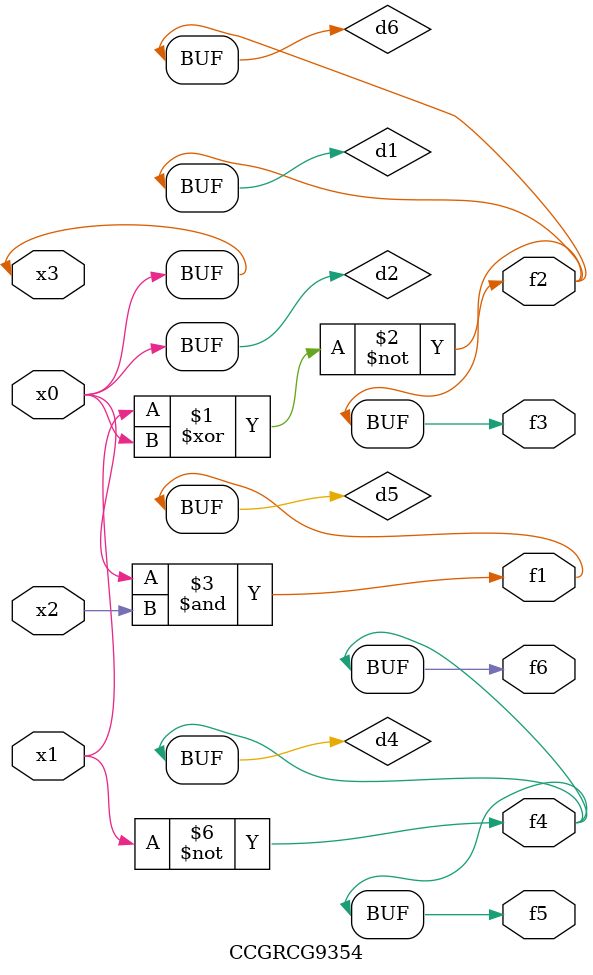
<source format=v>
module CCGRCG9354(
	input x0, x1, x2, x3,
	output f1, f2, f3, f4, f5, f6
);

	wire d1, d2, d3, d4, d5, d6;

	xnor (d1, x1, x3);
	buf (d2, x0, x3);
	nand (d3, x0, x2);
	not (d4, x1);
	nand (d5, d3);
	or (d6, d1);
	assign f1 = d5;
	assign f2 = d6;
	assign f3 = d6;
	assign f4 = d4;
	assign f5 = d4;
	assign f6 = d4;
endmodule

</source>
